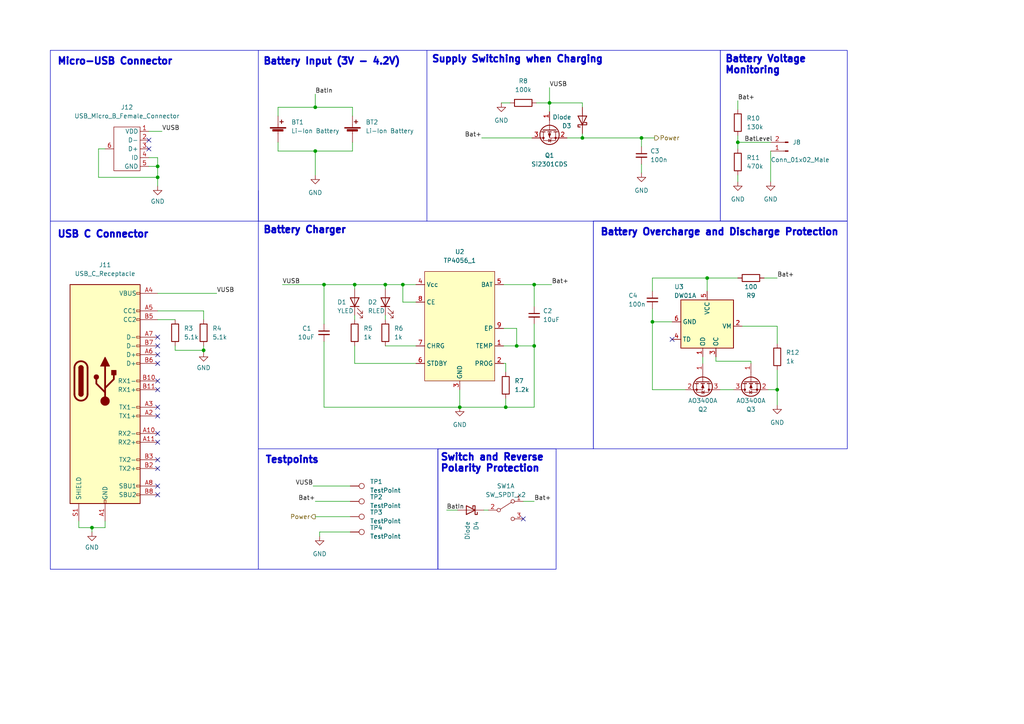
<source format=kicad_sch>
(kicad_sch (version 20230121) (generator eeschema)
  (paper "A4")
  (title_block (title "Battery Charging") (date "2023-05-20") (rev "V2") (company "University of Cape Town") (comment 1 "Author: Sarah Tallack"))
  (lib_symbols
    (symbol "Connector:Conn_01x02_Male" (pin_names (offset 1.016) hide)
      (property "Reference" "J" (at 0 2.54 0))
      (property "Value" "Conn_01x02_Male" (at 0 -5.08 0))
      (symbol "Conn_01x02_Male_1_1"
        (polyline (pts (xy 1.27 -2.54) (xy 0.8636 -2.54)) (stroke (width 0.1524)))
        (polyline (pts (xy 1.27 0) (xy 0.8636 0)) (stroke (width 0.1524)))
        (rectangle (start 0.8636 -2.413) (end 0 -2.667) (stroke (width 0.1524)) (fill (type outline)))
        (rectangle (start 0.8636 0.127) (end 0 -0.127) (stroke (width 0.1524)) (fill (type outline)))
        (pin passive line (at 5.08 0 180) (length 3.81) (name "Pin_1") (number "1"))
        (pin passive line (at 5.08 -2.54 180) (length 3.81) (name "Pin_2") (number "2"))
      )
    )
    (symbol "Connector:TestPoint" (pin_numbers hide) (pin_names (offset 0.762) hide)
      (property "Reference" "TP" (at 0 6.858 0))
      (property "Value" "TestPoint" (at 0 5.08 0))
      (symbol "TestPoint_0_1"
        (circle (center 0 3.302) (radius 0.762))
      )
      (symbol "TestPoint_1_1"
        (pin passive line (at 0 0 90) (length 2.54) (name "1") (number "1"))
      )
    )
    (symbol "Connector:USB_C_Receptacle" (pin_names (offset 1.016))
      (property "Reference" "J" (at -10.16 29.21 0))
      (property "Value" "USB_C_Receptacle" (at 10.16 29.21 0))
      (symbol "USB_C_Receptacle_0_0"
        (rectangle (start -0.254 -35.56) (end 0.254 -34.544))
        (rectangle (start 10.16 -32.766) (end 9.144 -33.274))
        (rectangle (start 10.16 -30.226) (end 9.144 -30.734))
        (rectangle (start 10.16 -25.146) (end 9.144 -25.654))
        (rectangle (start 10.16 -22.606) (end 9.144 -23.114))
        (rectangle (start 10.16 -17.526) (end 9.144 -18.034))
        (rectangle (start 10.16 -14.986) (end 9.144 -15.494))
        (rectangle (start 10.16 -9.906) (end 9.144 -10.414))
        (rectangle (start 10.16 -7.366) (end 9.144 -7.874))
        (rectangle (start 10.16 -2.286) (end 9.144 -2.794))
        (rectangle (start 10.16 0.254) (end 9.144 -0.254))
        (rectangle (start 10.16 5.334) (end 9.144 4.826))
        (rectangle (start 10.16 7.874) (end 9.144 7.366))
        (rectangle (start 10.16 10.414) (end 9.144 9.906))
        (rectangle (start 10.16 12.954) (end 9.144 12.446))
        (rectangle (start 10.16 18.034) (end 9.144 17.526))
        (rectangle (start 10.16 20.574) (end 9.144 20.066))
        (rectangle (start 10.16 25.654) (end 9.144 25.146))
      )
      (symbol "USB_C_Receptacle_0_1"
        (rectangle (start -10.16 27.94) (end 10.16 -35.56) (stroke (width 0.254)) (fill (type background)))
        (arc (start -8.89 -3.81) (mid -6.985 -5.7067) (end -5.08 -3.81) (stroke (width 0.508)))
        (arc (start -7.62 -3.81) (mid -6.985 -4.4423) (end -6.35 -3.81) (stroke (width 0.254)))
        (arc (start -7.62 -3.81) (mid -6.985 -4.4423) (end -6.35 -3.81) (stroke (width 0.254)) (fill (type outline)))
        (rectangle (start -7.62 -3.81) (end -6.35 3.81) (stroke (width 0.254)) (fill (type outline)))
        (arc (start -6.35 3.81) (mid -6.985 4.4423) (end -7.62 3.81) (stroke (width 0.254)))
        (arc (start -6.35 3.81) (mid -6.985 4.4423) (end -7.62 3.81) (stroke (width 0.254)) (fill (type outline)))
        (arc (start -5.08 3.81) (mid -6.985 5.7067) (end -8.89 3.81) (stroke (width 0.508)))
        (polyline (pts (xy -8.89 -3.81) (xy -8.89 3.81)) (stroke (width 0.508)))
        (polyline (pts (xy -5.08 3.81) (xy -5.08 -3.81)) (stroke (width 0.508)))
      )
      (symbol "USB_C_Receptacle_1_1"
        (circle (center -2.54 1.143) (radius 0.635) (stroke (width 0.254)) (fill (type outline)))
        (circle (center 0 -5.842) (radius 1.27) (fill (type outline)))
        (polyline (pts (xy 0 -5.842) (xy 0 4.318)) (stroke (width 0.508)))
        (polyline (pts (xy 0 -3.302) (xy -2.54 -0.762) (xy -2.54 0.508)) (stroke (width 0.508)))
        (polyline (pts (xy 0 -2.032) (xy 2.54 0.508) (xy 2.54 1.778)) (stroke (width 0.508)))
        (polyline (pts (xy -1.27 4.318) (xy 0 6.858) (xy 1.27 4.318) (xy -1.27 4.318)) (stroke (width 0.254)) (fill (type outline)))
        (rectangle (start 1.905 1.778) (end 3.175 3.048) (stroke (width 0.254)) (fill (type outline)))
        (pin passive line (at 0 -40.64 90) (length 5.08) (name "GND") (number "A1"))
        (pin bidirectional line (at 15.24 -15.24 180) (length 5.08) (name "RX2-") (number "A10"))
        (pin bidirectional line (at 15.24 -17.78 180) (length 5.08) (name "RX2+") (number "A11"))
        (pin passive line (at 0 -40.64 90) (length 5.08) hide (name "GND") (number "A12"))
        (pin bidirectional line (at 15.24 -10.16 180) (length 5.08) (name "TX1+") (number "A2"))
        (pin bidirectional line (at 15.24 -7.62 180) (length 5.08) (name "TX1-") (number "A3"))
        (pin passive line (at 15.24 25.4 180) (length 5.08) (name "VBUS") (number "A4"))
        (pin bidirectional line (at 15.24 20.32 180) (length 5.08) (name "CC1") (number "A5"))
        (pin bidirectional line (at 15.24 7.62 180) (length 5.08) (name "D+") (number "A6"))
        (pin bidirectional line (at 15.24 12.7 180) (length 5.08) (name "D-") (number "A7"))
        (pin bidirectional line (at 15.24 -30.48 180) (length 5.08) (name "SBU1") (number "A8"))
        (pin passive line (at 15.24 25.4 180) (length 5.08) hide (name "VBUS") (number "A9"))
        (pin passive line (at 0 -40.64 90) (length 5.08) hide (name "GND") (number "B1"))
        (pin bidirectional line (at 15.24 0 180) (length 5.08) (name "RX1-") (number "B10"))
        (pin bidirectional line (at 15.24 -2.54 180) (length 5.08) (name "RX1+") (number "B11"))
        (pin passive line (at 0 -40.64 90) (length 5.08) hide (name "GND") (number "B12"))
        (pin bidirectional line (at 15.24 -25.4 180) (length 5.08) (name "TX2+") (number "B2"))
        (pin bidirectional line (at 15.24 -22.86 180) (length 5.08) (name "TX2-") (number "B3"))
        (pin passive line (at 15.24 25.4 180) (length 5.08) hide (name "VBUS") (number "B4"))
        (pin bidirectional line (at 15.24 17.78 180) (length 5.08) (name "CC2") (number "B5"))
        (pin bidirectional line (at 15.24 5.08 180) (length 5.08) (name "D+") (number "B6"))
        (pin bidirectional line (at 15.24 10.16 180) (length 5.08) (name "D-") (number "B7"))
        (pin bidirectional line (at 15.24 -33.02 180) (length 5.08) (name "SBU2") (number "B8"))
        (pin passive line (at 15.24 25.4 180) (length 5.08) hide (name "VBUS") (number "B9"))
        (pin passive line (at -7.62 -40.64 90) (length 5.08) (name "SHIELD") (number "S1"))
      )
    )
    (symbol "Device:Battery_Cell" (pin_numbers hide) (pin_names (offset 0) hide)
      (property "Reference" "BT" (at 2.54 2.54 0))
      (property "Value" "Battery_Cell" (at 2.54 0 0))
      (symbol "Battery_Cell_0_1"
        (rectangle (start -2.286 1.778) (end 2.286 1.524) (fill (type outline)))
        (rectangle (start -1.5748 1.1938) (end 1.4732 0.6858) (fill (type outline)))
        (polyline (pts (xy 0 0.762) (xy 0 0)))
        (polyline (pts (xy 0 1.778) (xy 0 2.54)))
        (polyline (pts (xy 0.508 3.429) (xy 1.524 3.429)) (stroke (width 0.254)))
        (polyline (pts (xy 1.016 3.937) (xy 1.016 2.921)) (stroke (width 0.254)))
      )
      (symbol "Battery_Cell_1_1"
        (pin passive line (at 0 5.08 270) (length 2.54) (name "+") (number "1"))
        (pin passive line (at 0 -2.54 90) (length 2.54) (name "-") (number "2"))
      )
    )
    (symbol "Device:C_Small" (pin_numbers hide) (pin_names (offset 0.254) hide)
      (property "Reference" "C" (at 0.254 1.778 0))
      (property "Value" "C_Small" (at 0.254 -2.032 0))
      (symbol "C_Small_0_1"
        (polyline (pts (xy -1.524 -0.508) (xy 1.524 -0.508)) (stroke (width 0.3302)))
        (polyline (pts (xy -1.524 0.508) (xy 1.524 0.508)) (stroke (width 0.3048)))
      )
      (symbol "C_Small_1_1"
        (pin passive line (at 0 2.54 270) (length 2.032) (name "~") (number "1"))
        (pin passive line (at 0 -2.54 90) (length 2.032) (name "~") (number "2"))
      )
    )
    (symbol "Device:LED" (pin_numbers hide) (pin_names (offset 1.016) hide)
      (property "Reference" "D" (at 0 2.54 0))
      (property "Value" "LED" (at 0 -2.54 0))
      (symbol "LED_0_1"
        (polyline (pts (xy -1.27 -1.27) (xy -1.27 1.27)) (stroke (width 0.254)))
        (polyline (pts (xy -1.27 0) (xy 1.27 0)))
        (polyline (pts (xy 1.27 -1.27) (xy 1.27 1.27) (xy -1.27 0) (xy 1.27 -1.27)) (stroke (width 0.254)))
        (polyline (pts (xy -3.048 -0.762) (xy -4.572 -2.286) (xy -3.81 -2.286) (xy -4.572 -2.286) (xy -4.572 -1.524)))
        (polyline (pts (xy -1.778 -0.762) (xy -3.302 -2.286) (xy -2.54 -2.286) (xy -3.302 -2.286) (xy -3.302 -1.524)))
      )
      (symbol "LED_1_1"
        (pin passive line (at -3.81 0 0) (length 2.54) (name "K") (number "1"))
        (pin passive line (at 3.81 0 180) (length 2.54) (name "A") (number "2"))
      )
    )
    (symbol "Device:R" (pin_numbers hide) (pin_names (offset 0))
      (property "Reference" "R" (at 2.032 0 90))
      (property "Value" "R" (at 0 0 90))
      (symbol "R_0_1"
        (rectangle (start -1.016 -2.54) (end 1.016 2.54) (stroke (width 0.254)))
      )
      (symbol "R_1_1"
        (pin passive line (at 0 3.81 270) (length 1.27) (name "~") (number "1"))
        (pin passive line (at 0 -3.81 90) (length 1.27) (name "~") (number "2"))
      )
    )
    (symbol "Diode:1N5819" (pin_numbers hide) (pin_names (offset 1.016) hide)
      (property "Reference" "D" (at 0 2.54 0))
      (property "Value" "1N5819" (at 0 -2.54 0))
      (symbol "1N5819_0_1"
        (polyline (pts (xy 1.27 0) (xy -1.27 0)))
        (polyline (pts (xy 1.27 1.27) (xy 1.27 -1.27) (xy -1.27 0) (xy 1.27 1.27)) (stroke (width 0.254)))
        (polyline (pts (xy -1.905 0.635) (xy -1.905 1.27) (xy -1.27 1.27) (xy -1.27 -1.27) (xy -0.635 -1.27) (xy -0.635 -0.635)) (stroke (width 0.254)))
      )
      (symbol "1N5819_1_1"
        (pin passive line (at -3.81 0 0) (length 2.54) (name "K") (number "1"))
        (pin passive line (at 3.81 0 180) (length 2.54) (name "A") (number "2"))
      )
    )
    (symbol "SarahLib:DW01A"
      (property "Reference" "U4" (at -9.525 8.89 0))
      (property "Value" "DW01A" (at -6.35 6.35 0))
      (symbol "DW01A_0_1"
        (rectangle (start -7.62 5.08) (end 7.62 -8.89) (stroke (width 0.254)) (fill (type background)))
      )
      (symbol "DW01A_1_1"
        (pin output line (at -1.27 -11.43 90) (length 2.54) (name "OD") (number "1"))
        (pin passive line (at 10.16 -2.54 180) (length 2.54) (name "VM") (number "2"))
        (pin output line (at 2.54 -11.43 90) (length 2.54) (name "OC") (number "3"))
        (pin passive line (at -10.16 -6.35 0) (length 2.54) (name "TD") (number "4"))
        (pin power_in line (at 0 7.62 270) (length 2.54) (name "VCC") (number "5"))
        (pin power_in line (at -10.16 -1.27 0) (length 2.54) (name "GND") (number "6"))
      )
    )
    (symbol "SarahLib:TP4056_1"
      (property "Reference" "U4" (at 0 11.43 0))
      (property "Value" "TP4056_1" (at 0 8.89 0))
      (symbol "TP4056_1_0_1"
        (rectangle (start -10.16 6.35) (end 10.16 -25.4) (fill (type background)))
      )
      (symbol "TP4056_1_1_1"
        (pin input line (at 12.7 -15.24 180) (length 2.54) (name "TEMP") (number "1"))
        (pin input line (at 12.7 -20.32 180) (length 2.54) (name "PROG") (number "2"))
        (pin input line (at 0 -27.94 90) (length 2.54) (name "GND") (number "3"))
        (pin input line (at -12.7 2.54 0) (length 2.54) (name "Vcc") (number "4"))
        (pin input line (at 12.7 2.54 180) (length 2.54) (name "BAT") (number "5"))
        (pin input line (at -12.7 -20.32 0) (length 2.54) (name "STDBY") (number "6"))
        (pin input line (at -12.7 -15.24 0) (length 2.54) (name "CHRG") (number "7"))
        (pin input line (at -12.7 -2.54 0) (length 2.54) (name "CE") (number "8"))
        (pin input line (at 12.7 -10.16 180) (length 2.54) (name "EP") (number "9"))
      )
    )
    (symbol "SarahLib:USB_Micro_B_Female_Connector"
      (property "Reference" "J3" (at 1.27 12.065 0))
      (property "Value" "USB_Micro_B_Female_Connector" (at 1.27 9.525 0))
      (symbol "USB_Micro_B_Female_Connector_0_1"
        (rectangle (start 5.08 6.35) (end -2.54 -6.35) (stroke (width 0.1524)))
      )
      (symbol "USB_Micro_B_Female_Connector_1_1"
        (pin power_out line (at 7.62 5.08 180) (length 2.54) (name "VDD") (number "1"))
        (pin input line (at 7.62 2.54 180) (length 2.54) (name "D-") (number "2"))
        (pin input line (at 7.62 0 180) (length 2.54) (name "D+") (number "3"))
        (pin passive line (at 7.62 -2.54 180) (length 2.54) (name "ID") (number "4"))
        (pin power_in line (at 7.62 -5.08 180) (length 2.54) (name "GND") (number "5"))
        (pin passive line (at -5.08 0 0) (length 2.54) (name "") (number "6"))
      )
    )
    (symbol "Switch:SW_DPDT_x2" (pin_names (offset 0) hide)
      (property "Reference" "SW" (at 0 4.318 0))
      (property "Value" "SW_DPDT_x2" (at 0 -5.08 0))
      (symbol "SW_DPDT_x2_0_0"
        (circle (center -2.032 0) (radius 0.508))
        (circle (center 2.032 -2.54) (radius 0.508))
      )
      (symbol "SW_DPDT_x2_0_1"
        (polyline (pts (xy -1.524 0.254) (xy 1.651 2.286)))
        (circle (center 2.032 2.54) (radius 0.508))
      )
      (symbol "SW_DPDT_x2_1_1"
        (pin passive line (at 5.08 2.54 180) (length 2.54) (name "A") (number "1"))
        (pin passive line (at -5.08 0 0) (length 2.54) (name "B") (number "2"))
        (pin passive line (at 5.08 -2.54 180) (length 2.54) (name "C") (number "3"))
      )
      (symbol "SW_DPDT_x2_2_1"
        (pin passive line (at 5.08 2.54 180) (length 2.54) (name "A") (number "4"))
        (pin passive line (at -5.08 0 0) (length 2.54) (name "B") (number "5"))
        (pin passive line (at 5.08 -2.54 180) (length 2.54) (name "C") (number "6"))
      )
    )
    (symbol "Transistor_FET:AO3400A" (pin_names hide)
      (property "Reference" "Q" (at 5.08 1.905 0))
      (property "Value" "AO3400A" (at 5.08 0 0))
      (symbol "AO3400A_0_1"
        (polyline (pts (xy 0.254 0) (xy -2.54 0)))
        (polyline (pts (xy 0.254 1.905) (xy 0.254 -1.905)) (stroke (width 0.254)))
        (polyline (pts (xy 0.762 -1.27) (xy 0.762 -2.286)) (stroke (width 0.254)))
        (polyline (pts (xy 0.762 0.508) (xy 0.762 -0.508)) (stroke (width 0.254)))
        (polyline (pts (xy 0.762 2.286) (xy 0.762 1.27)) (stroke (width 0.254)))
        (polyline (pts (xy 2.54 2.54) (xy 2.54 1.778)))
        (polyline (pts (xy 2.54 -2.54) (xy 2.54 0) (xy 0.762 0)))
        (polyline (pts (xy 0.762 -1.778) (xy 3.302 -1.778) (xy 3.302 1.778) (xy 0.762 1.778)))
        (polyline (pts (xy 1.016 0) (xy 2.032 0.381) (xy 2.032 -0.381) (xy 1.016 0)) (fill (type outline)))
        (polyline (pts (xy 2.794 0.508) (xy 2.921 0.381) (xy 3.683 0.381) (xy 3.81 0.254)))
        (polyline (pts (xy 3.302 0.381) (xy 2.921 -0.254) (xy 3.683 -0.254) (xy 3.302 0.381)))
        (circle (center 1.651 0) (radius 2.794) (stroke (width 0.254)))
        (circle (center 2.54 -1.778) (radius 0.254) (fill (type outline)))
        (circle (center 2.54 1.778) (radius 0.254) (fill (type outline)))
      )
      (symbol "AO3400A_1_1"
        (pin input line (at -5.08 0 0) (length 2.54) (name "G") (number "1"))
        (pin passive line (at 2.54 -5.08 90) (length 2.54) (name "S") (number "2"))
        (pin passive line (at 2.54 5.08 270) (length 2.54) (name "D") (number "3"))
      )
    )
    (symbol "Transistor_FET:Si2319CDS" (pin_names hide)
      (property "Reference" "Q" (at 5.08 1.905 0))
      (property "Value" "Si2319CDS" (at 5.08 0 0))
      (symbol "Si2319CDS_0_1"
        (polyline (pts (xy 0.254 0) (xy -2.54 0)))
        (polyline (pts (xy 0.254 1.905) (xy 0.254 -1.905)) (stroke (width 0.254)))
        (polyline (pts (xy 0.762 -1.27) (xy 0.762 -2.286)) (stroke (width 0.254)))
        (polyline (pts (xy 0.762 0.508) (xy 0.762 -0.508)) (stroke (width 0.254)))
        (polyline (pts (xy 0.762 2.286) (xy 0.762 1.27)) (stroke (width 0.254)))
        (polyline (pts (xy 2.54 2.54) (xy 2.54 1.778)))
        (polyline (pts (xy 2.54 -2.54) (xy 2.54 0) (xy 0.762 0)))
        (polyline (pts (xy 0.762 1.778) (xy 3.302 1.778) (xy 3.302 -1.778) (xy 0.762 -1.778)))
        (polyline (pts (xy 2.286 0) (xy 1.27 0.381) (xy 1.27 -0.381) (xy 2.286 0)) (fill (type outline)))
        (polyline (pts (xy 2.794 -0.508) (xy 2.921 -0.381) (xy 3.683 -0.381) (xy 3.81 -0.254)))
        (polyline (pts (xy 3.302 -0.381) (xy 2.921 0.254) (xy 3.683 0.254) (xy 3.302 -0.381)))
        (circle (center 1.651 0) (radius 2.794) (stroke (width 0.254)))
        (circle (center 2.54 -1.778) (radius 0.254) (fill (type outline)))
        (circle (center 2.54 1.778) (radius 0.254) (fill (type outline)))
      )
      (symbol "Si2319CDS_1_1"
        (pin input line (at -5.08 0 0) (length 2.54) (name "G") (number "1"))
        (pin passive line (at 2.54 -5.08 90) (length 2.54) (name "S") (number "2"))
        (pin passive line (at 2.54 5.08 270) (length 2.54) (name "D") (number "3"))
      )
    )
    (symbol "power:GND" (power) (pin_names (offset 0))
      (property "Value" "GND" (at 0 -3.81 0))
      (symbol "GND_0_1"
        (polyline (pts (xy 0 0) (xy 0 -1.27) (xy 1.27 -1.27) (xy 0 -2.54) (xy -1.27 -1.27) (xy 0 -1.27)))
      )
      (symbol "GND_1_1"
        (pin power_in line (at 0 0 270) (length 0) hide (name "GND") (number "1"))
      )
    )
  )
  (junction (at 149.86 100.33))
  (junction (at 45.72 51.435))
  (junction (at 186.055 40.005))
  (junction (at 93.98 82.55))
  (junction (at 146.685 118.11))
  (junction (at 159.385 29.845))
  (junction (at 111.76 82.55))
  (junction (at 154.94 100.33))
  (junction (at 45.72 48.26))
  (junction (at 102.87 82.55))
  (junction (at 213.995 41.275))
  (junction (at 26.67 153.035))
  (junction (at 154.94 82.55))
  (junction (at 225.425 113.03))
  (junction (at 91.44 43.815))
  (junction (at 189.23 93.345))
  (junction (at 205.105 80.645))
  (junction (at 133.35 118.11))
  (junction (at 116.84 82.55))
  (junction (at 59.055 101.6))
  (junction (at 168.91 40.005))
  (junction (at 91.44 31.115))
  (no_connect (at 45.72 100.33))
  (no_connect (at 45.72 102.87))
  (no_connect (at 45.72 125.73))
  (no_connect (at 43.18 40.64))
  (no_connect (at 45.72 143.51))
  (no_connect (at 45.72 118.11))
  (no_connect (at 151.765 150.495))
  (no_connect (at 45.72 97.79))
  (no_connect (at 45.72 110.49))
  (no_connect (at 45.72 120.65))
  (no_connect (at 45.72 135.89))
  (no_connect (at 45.72 140.97))
  (no_connect (at 43.18 43.18))
  (no_connect (at 45.72 113.03))
  (no_connect (at 45.72 105.41))
  (no_connect (at 194.945 98.425))
  (no_connect (at 45.72 133.35))
  (no_connect (at 45.72 128.27))
  (wire (pts (xy 154.94 82.55) (xy 154.94 88.9)))
  (wire (pts (xy 111.76 83.82) (xy 111.76 82.55)))
  (polyline (pts (xy 74.93 165.1) (xy 127 165.1)))
  (wire (pts (xy 159.385 29.845) (xy 159.385 32.385)))
  (wire (pts (xy 30.48 43.18) (xy 28.575 43.18)))
  (wire (pts (xy 26.67 153.035) (xy 26.67 154.305)))
  (wire (pts (xy 91.44 43.815) (xy 80.645 43.815)))
  (wire (pts (xy 146.685 115.57) (xy 146.685 118.11)))
  (wire (pts (xy 30.48 153.035) (xy 30.48 151.13)))
  (polyline (pts (xy 14.605 14.605) (xy 14.605 165.1)))
  (wire (pts (xy 59.055 101.6) (xy 59.055 102.235)))
  (wire (pts (xy 45.72 51.435) (xy 45.72 53.975)))
  (wire (pts (xy 91.44 149.86) (xy 101.6 149.86)))
  (wire (pts (xy 102.235 43.815) (xy 102.235 41.275)))
  (wire (pts (xy 186.055 42.545) (xy 186.055 40.005)))
  (wire (pts (xy 116.84 82.55) (xy 116.84 87.63)))
  (wire (pts (xy 203.835 103.505) (xy 203.835 105.41)))
  (polyline (pts (xy 14.605 165.1) (xy 74.93 165.1)))
  (wire (pts (xy 146.05 100.33) (xy 149.86 100.33)))
  (wire (pts (xy 154.94 100.33) (xy 154.94 118.11)))
  (wire (pts (xy 139.7 40.005) (xy 154.305 40.005)))
  (wire (pts (xy 45.72 90.17) (xy 59.055 90.17)))
  (wire (pts (xy 111.76 91.44) (xy 111.76 92.71)))
  (polyline (pts (xy 74.93 165.1) (xy 74.93 14.605)))
  (polyline (pts (xy 127 165.1) (xy 127 130.175)))
  (wire (pts (xy 149.86 100.33) (xy 154.94 100.33)))
  (wire (pts (xy 146.685 105.41) (xy 146.685 107.95)))
  (wire (pts (xy 213.995 39.37) (xy 213.995 41.275)))
  (wire (pts (xy 102.87 100.33) (xy 102.87 105.41)))
  (wire (pts (xy 80.645 41.275) (xy 80.645 43.815)))
  (wire (pts (xy 116.84 82.55) (xy 120.65 82.55)))
  (wire (pts (xy 189.23 93.345) (xy 194.945 93.345)))
  (wire (pts (xy 198.755 113.03) (xy 189.23 113.03)))
  (wire (pts (xy 223.52 43.815) (xy 223.52 52.705)))
  (wire (pts (xy 225.425 107.315) (xy 225.425 113.03)))
  (wire (pts (xy 62.865 85.09) (xy 45.72 85.09)))
  (wire (pts (xy 91.44 145.415) (xy 101.6 145.415)))
  (wire (pts (xy 189.865 40.005) (xy 186.055 40.005)))
  (wire (pts (xy 129.54 147.955) (xy 132.715 147.955)))
  (wire (pts (xy 207.645 104.775) (xy 217.805 104.775)))
  (polyline (pts (xy 14.605 14.605) (xy 74.93 14.605)))
  (wire (pts (xy 149.86 95.25) (xy 149.86 100.33)))
  (wire (pts (xy 111.76 82.55) (xy 116.84 82.55)))
  (wire (pts (xy 43.18 45.72) (xy 45.72 45.72)))
  (wire (pts (xy 213.995 80.645) (xy 205.105 80.645)))
  (wire (pts (xy 43.18 38.1) (xy 46.99 38.1)))
  (wire (pts (xy 28.575 51.435) (xy 45.72 51.435)))
  (polyline (pts (xy 123.825 14.605) (xy 123.825 64.135)))
  (wire (pts (xy 146.05 95.25) (xy 149.86 95.25)))
  (wire (pts (xy 155.575 29.845) (xy 159.385 29.845)))
  (wire (pts (xy 186.055 50.165) (xy 186.055 47.625)))
  (polyline (pts (xy 208.915 14.605) (xy 208.915 64.135)))
  (wire (pts (xy 59.055 90.17) (xy 59.055 92.71)))
  (wire (pts (xy 146.05 105.41) (xy 146.685 105.41)))
  (wire (pts (xy 217.805 104.775) (xy 217.805 105.41)))
  (wire (pts (xy 154.94 82.55) (xy 146.05 82.55)))
  (wire (pts (xy 225.425 94.615) (xy 215.265 94.615)))
  (wire (pts (xy 102.87 91.44) (xy 102.87 92.71)))
  (wire (pts (xy 91.44 27.305) (xy 91.44 31.115)))
  (wire (pts (xy 92.71 154.305) (xy 92.71 155.575)))
  (wire (pts (xy 145.415 29.845) (xy 147.955 29.845)))
  (wire (pts (xy 50.8 101.6) (xy 59.055 101.6)))
  (wire (pts (xy 93.98 99.06) (xy 93.98 118.11)))
  (wire (pts (xy 101.6 154.305) (xy 92.71 154.305)))
  (wire (pts (xy 159.385 29.845) (xy 168.91 29.845)))
  (wire (pts (xy 111.76 100.33) (xy 120.65 100.33)))
  (wire (pts (xy 22.86 153.035) (xy 26.67 153.035)))
  (wire (pts (xy 120.65 87.63) (xy 116.84 87.63)))
  (wire (pts (xy 168.91 29.845) (xy 168.91 31.115)))
  (wire (pts (xy 164.465 40.005) (xy 168.91 40.005)))
  (wire (pts (xy 102.87 83.82) (xy 102.87 82.55)))
  (wire (pts (xy 213.995 41.275) (xy 213.995 43.18)))
  (polyline (pts (xy 74.93 64.135) (xy 208.915 64.135)))
  (wire (pts (xy 146.685 118.11) (xy 154.94 118.11)))
  (wire (pts (xy 22.86 151.13) (xy 22.86 153.035)))
  (wire (pts (xy 213.995 50.8) (xy 213.995 52.705)))
  (wire (pts (xy 160.02 82.55) (xy 154.94 82.55)))
  (wire (pts (xy 222.885 113.03) (xy 225.425 113.03)))
  (wire (pts (xy 93.98 118.11) (xy 133.35 118.11)))
  (polyline (pts (xy 172.085 64.135) (xy 172.085 130.175)))
  (wire (pts (xy 225.425 80.645) (xy 221.615 80.645)))
  (polyline (pts (xy 208.915 14.605) (xy 74.93 14.605)))
  (wire (pts (xy 91.44 43.815) (xy 102.235 43.815)))
  (wire (pts (xy 102.235 31.115) (xy 102.235 33.655)))
  (polyline (pts (xy 74.93 130.175) (xy 172.085 130.175)))
  (wire (pts (xy 189.23 89.535) (xy 189.23 93.345)))
  (wire (pts (xy 159.385 25.4) (xy 159.385 29.845)))
  (wire (pts (xy 213.995 29.21) (xy 213.995 31.75)))
  (wire (pts (xy 225.425 99.695) (xy 225.425 94.615)))
  (wire (pts (xy 140.335 147.955) (xy 141.605 147.955)))
  (wire (pts (xy 225.425 117.475) (xy 225.425 113.03)))
  (wire (pts (xy 189.23 80.645) (xy 189.23 84.455)))
  (wire (pts (xy 45.72 45.72) (xy 45.72 48.26)))
  (wire (pts (xy 93.98 82.55) (xy 93.98 93.98)))
  (wire (pts (xy 213.995 41.275) (xy 223.52 41.275)))
  (wire (pts (xy 80.645 31.115) (xy 91.44 31.115)))
  (polyline (pts (xy 74.93 64.135) (xy 74.93 55.245)))
  (wire (pts (xy 168.91 38.735) (xy 168.91 40.005)))
  (wire (pts (xy 133.35 113.03) (xy 133.35 118.11)))
  (wire (pts (xy 133.35 118.11) (xy 146.685 118.11)))
  (wire (pts (xy 28.575 43.18) (xy 28.575 51.435)))
  (wire (pts (xy 189.23 113.03) (xy 189.23 93.345)))
  (wire (pts (xy 205.105 80.645) (xy 189.23 80.645)))
  (wire (pts (xy 168.91 40.005) (xy 186.055 40.005)))
  (polyline (pts (xy 14.605 64.135) (xy 74.93 64.135)))
  (wire (pts (xy 43.18 48.26) (xy 45.72 48.26)))
  (wire (pts (xy 45.72 92.71) (xy 50.8 92.71)))
  (wire (pts (xy 81.915 82.55) (xy 93.98 82.55)))
  (wire (pts (xy 91.44 43.815) (xy 91.44 50.8)))
  (wire (pts (xy 205.105 84.455) (xy 205.105 80.645)))
  (wire (pts (xy 154.94 145.415) (xy 151.765 145.415)))
  (wire (pts (xy 102.87 105.41) (xy 120.65 105.41)))
  (wire (pts (xy 80.645 33.655) (xy 80.645 31.115)))
  (wire (pts (xy 154.94 93.98) (xy 154.94 100.33)))
  (wire (pts (xy 91.44 31.115) (xy 102.235 31.115)))
  (wire (pts (xy 93.98 82.55) (xy 102.87 82.55)))
  (wire (pts (xy 90.805 140.97) (xy 101.6 140.97)))
  (wire (pts (xy 26.67 153.035) (xy 30.48 153.035)))
  (wire (pts (xy 59.055 100.33) (xy 59.055 101.6)))
  (wire (pts (xy 102.87 82.55) (xy 111.76 82.55)))
  (wire (pts (xy 50.8 100.33) (xy 50.8 101.6)))
  (wire (pts (xy 207.645 103.505) (xy 207.645 104.775)))
  (wire (pts (xy 212.725 113.03) (xy 208.915 113.03)))
  (wire (pts (xy 45.72 48.26) (xy 45.72 51.435)))
  (rectangle (start 127 130.175) (end 161.29 165.1))
  (rectangle (start 208.915 14.605) (end 245.745 64.135))
  (rectangle (start 172.085 64.135) (end 245.745 130.175))
  (text "Supply Switching when Charging" (at 125.095 18.415 0) (effects (font (size 2 2) (thickness 0.6) bold) (justify left bottom)))
  (text "Battery Input (3V - 4.2V)" (at 76.2 19.05 0) (effects (font (size 2 2) (thickness 0.6) bold) (justify left bottom)))
  (text "Battery Charger" (at 76.2 67.945 0) (effects (font (size 2 2) (thickness 0.6) bold) (justify left bottom)))
  (text "Switch and Reverse\nPolarity Protection\n\n" (at 127.635 140.335 0) (effects (font (size 2 2) (thickness 0.6) bold) (justify left bottom)))
  (text "Battery Overcharge and Discharge Protection\n" (at 173.99 68.58 0) (effects (font (size 2 2) (thickness 0.6) bold) (justify left bottom)))
  (text "Testpoints\n" (at 76.835 134.62 0) (effects (font (size 2 2) (thickness 0.6) bold) (justify left bottom)))
  (text "USB C Connector\n" (at 16.51 69.215 0) (effects (font (size 2 2) (thickness 0.8) bold) (justify left bottom)))
  (text "Battery Voltage \nMonitoring" (at 210.185 21.59 0) (effects (font (size 2 2) (thickness 0.6) bold) (justify left bottom)))
  (text "Micro-USB Connector\n" (at 16.51 19.05 0) (effects (font (size 2 2) (thickness 0.8) bold) (justify left bottom)))
  (label "VUSB" (at 90.805 140.97 180))
  (label "Bat+" (at 160.02 82.55 0))
  (label "BatLevel" (at 215.9 41.275 0))
  (label "VUSB" (at 62.865 85.09 0))
  (label "BatIn" (at 91.44 27.305 0))
  (label "VUSB" (at 159.385 25.4 0))
  (label "Bat+" (at 91.44 145.415 180))
  (label "Bat+" (at 225.425 80.645 0))
  (label "Bat+" (at 154.94 145.415 0))
  (label "Bat+" (at 139.7 40.005 180))
  (label "VUSB" (at 46.99 38.1 0))
  (label "Bat+" (at 213.995 29.21 0))
  (label "BatIn" (at 129.54 147.955 0))
  (label "VUSB" (at 81.915 82.55 0))
  (hierarchical_label "Power" (shape output) (at 91.44 149.86 180))
  (hierarchical_label "Power" (shape output) (at 189.865 40.005 0))
  (symbol (lib_id "power:GND") (at 91.44 50.8 0) (unit 1)
    (property "Reference" "#PWR010" (effects hide))
    (property "Value" "GND" (at 91.44 55.88 0))
  )
  (symbol (lib_id "power:GND") (at 59.055 102.235 0) (unit 1)
    (property "Reference" "#PWR09" (effects hide))
    (property "Value" "GND" (at 59.055 106.6784 0))
  )
  (symbol (lib_id "Switch:SW_DPDT_x2") (at 146.685 147.955 0) (unit 1)
    (property "Reference" "SW1" (at 146.685 140.97 0))
    (property "Value" "SW_SPDT_x2" (at 146.685 143.51 0))
    (property "Footprint" "SarahFootprints:SW-SPDT" (effects hide))
  )
  (symbol (lib_id "Device:R") (at 111.76 96.52 0) (unit 1)
    (property "Reference" "R6" (at 114.3 95.2499 0) (effects (justify left)))
    (property "Value" "1k" (at 114.3 97.7899 0) (effects (justify left)))
    (property "Footprint" "Resistor_SMD:R_0603_1608Metric" (effects hide))
    (property "LCSC" "C21190" (effects hide))
    (property "Extended" "0" (effects hide))
    (property "Populate" "Yes" (effects hide))
  )
  (symbol (lib_id "Device:R") (at 59.055 96.52 180) (unit 1)
    (property "Reference" "R4" (at 61.595 95.2499 0) (effects (justify right)))
    (property "Value" "5.1k" (at 61.595 97.7899 0) (effects (justify right)))
    (property "Footprint" "Resistor_SMD:R_0805_2012Metric" (effects hide))
    (property "Datasheet" "https://datasheet.lcsc.com/lcsc/2206010200_UNI-ROYAL-Uniroyal-Elec-0805W8F2003T5E_C17539.pdf" (effects hide))
    (property "Price" "0.0016" (effects hide))
    (property "Extended" "0" (effects hide))
    (property "LCSC" "C27834" (effects hide))
    (property "Populate" "Yes" (effects hide))
  )
  (symbol (lib_id "SarahLib:TP4056_1") (at 133.35 85.09 0) (unit 1)
    (property "Reference" "U2" (at 133.35 73.025 0))
    (property "Value" "TP4056_1" (at 133.35 75.565 0))
    (property "Footprint" "Package_SO:HSOP-8-1EP_3.9x4.9mm_P1.27mm_EP2.3x2.3mm" (effects hide))
    (property "Datasheet" "https://dlnmh9ip6v2uc.cloudfront.net/datasheets/Prototyping/TP4056.pdf" (effects hide))
    (property "LCSC" "C16581" (effects hide))
    (property "Extended" "0" (effects hide))
    (property "Populate" "Yes" (effects hide))
  )
  (symbol (lib_id "Device:R") (at 217.805 80.645 270) (unit 1)
    (property "Reference" "R9" (at 217.805 85.725 90))
    (property "Value" "100" (at 217.805 83.185 90))
    (property "Footprint" "Resistor_SMD:R_0603_1608Metric" (effects hide))
    (property "LCSC" "C22775" (effects hide))
    (property "Extended" "0" (effects hide))
    (property "Populate" "Yes" (effects hide))
  )
  (symbol (lib_id "Device:R") (at 146.685 111.76 0) (unit 1)
    (property "Reference" "R7" (at 149.225 110.4899 0) (effects (justify left)))
    (property "Value" "1.2k" (at 149.225 113.0299 0) (effects (justify left)))
    (property "Footprint" "Resistor_SMD:R_0603_1608Metric" (effects hide))
    (property "LCSC" "C22765" (effects hide))
    (property "Extended" "0" (effects hide))
    (property "Price" "0.0010" (effects hide))
    (property "Populate" "Yes" (effects hide))
  )
  (symbol (lib_id "power:GND") (at 92.71 155.575 0) (unit 1)
    (property "Reference" "#PWR011" (effects hide))
    (property "Value" "GND" (at 92.71 160.655 0))
  )
  (symbol (lib_id "Transistor_FET:AO3400A") (at 217.805 110.49 90) (mirror x) (unit 1)
    (property "Reference" "Q3" (at 217.805 118.745 90))
    (property "Value" "AO3400A" (at 217.805 116.205 90))
    (property "Footprint" "Package_TO_SOT_SMD:SOT-23" (effects hide))
    (property "Datasheet" "https://datasheet.lcsc.com/lcsc/1811081213_Alpha---Omega-Semicon-AO3400A_C20917.pdf" (effects hide))
    (property "Extended" "0" (effects hide))
    (property "LCSC" "C20917" (effects hide))
    (property "Populate" "Yes" (effects hide))
  )
  (symbol (lib_id "power:GND") (at 225.425 117.475 0) (unit 1)
    (property "Reference" "#PWR016" (effects hide))
    (property "Value" "GND" (at 225.425 122.555 0))
  )
  (symbol (lib_id "Diode:1N5819") (at 136.525 147.955 180) (unit 1)
    (property "Reference" "D4" (at 138.1126 151.13 90) (effects (justify left)))
    (property "Value" "Diode" (at 135.5726 151.13 90) (effects (justify left)))
    (property "Footprint" "Diode_SMD:D_SOD-123" (effects hide))
    (property "Datasheet" "https://datasheet.lcsc.com/lcsc/1809140216_Jiangsu-Changjing-Electronics-Technology-Co---Ltd--B5819W-SL_C8598.pdf" (effects hide))
    (property "LCSC" "C8598" (effects hide))
    (property "Price" "0.0297" (effects hide))
    (property "Extended" "0" (effects hide))
    (property "Populate" "Yes" (effects hide))
  )
  (symbol (lib_id "Connector:Conn_01x02_Male") (at 228.6 43.815 180) (unit 1)
    (property "Reference" "J8" (at 229.87 41.2749 0) (effects (justify right)))
    (property "Value" "Conn_01x02_Male" (at 223.52 46.355 0) (effects (justify right)))
    (property "Footprint" "Connector_PinHeader_2.54mm:PinHeader_1x02_P2.54mm_Vertical" (effects hide))
    (property "Populate" "No" (effects hide))
    (instances (project "PowerSubmodule" (path "" (reference "J8") (unit 1)) (path "" (reference "J13") (unit 1))))
  )
  (symbol (lib_id "Connector:TestPoint") (at 101.6 149.86 270) (unit 1)
    (property "Reference" "TP3" (at 107.315 148.5899 90) (effects (justify left)))
    (property "Value" "TestPoint" (at 107.315 151.1299 90) (effects (justify left)))
    (property "Footprint" "TestPoint:TestPoint_Pad_D2.0mm" (effects hide))
  )
  (symbol (lib_id "Transistor_FET:AO3400A") (at 203.835 110.49 270) (unit 1)
    (property "Reference" "Q2" (at 203.835 118.745 90))
    (property "Value" "AO3400A" (at 203.835 116.205 90))
    (property "Footprint" "Package_TO_SOT_SMD:SOT-23" (effects hide))
    (property "Datasheet" "https://datasheet.lcsc.com/lcsc/1811081213_Alpha---Omega-Semicon-AO3400A_C20917.pdf" (effects hide))
    (property "Extended" "0" (effects hide))
    (property "LCSC" "C20917" (effects hide))
    (property "Populate" "Yes" (effects hide))
  )
  (symbol (lib_id "Device:C_Small") (at 154.94 91.44 0) (unit 1)
    (property "Reference" "C2" (at 157.48 90.1762 0) (effects (justify left)))
    (property "Value" "10uF" (at 157.48 92.7162 0) (effects (justify left)))
    (property "Footprint" "Capacitor_SMD:C_0402_1005Metric" (effects hide))
    (property "LCSC" "C15525" (effects hide))
    (property "Extended" "0" (effects hide))
    (property "Populate" "Yes" (effects hide))
  )
  (symbol (lib_id "Connector:USB_C_Receptacle") (at 30.48 110.49 0) (unit 1)
    (property "Reference" "J11" (at 30.48 76.835 0))
    (property "Value" "USB_C_Receptacle" (at 30.48 79.375 0))
    (property "Footprint" "SarahFootprints:USB-TYPE-C-TH_USB-306A-B-SU" (effects hide))
    (property "Datasheet" "https://www.usb.org/sites/default/files/documents/usb_type-c.zip" (effects hide))
    (property "LCSC" "C309339" (effects hide))
    (property "Populate" "Yes" (effects hide))
  )
  (symbol (lib_id "Device:LED") (at 111.76 87.63 90) (unit 1)
    (property "Reference" "D2" (at 106.68 87.63 90) (effects (justify right)))
    (property "Value" "RLED" (at 106.68 90.17 90) (effects (justify right)))
    (property "Footprint" "LED_SMD:LED_0603_1608Metric" (effects hide))
    (property "LCSC" "C2286" (effects hide))
    (property "Extended" "0" (effects hide))
    (property "Populate" "Yes" (effects hide))
  )
  (symbol (lib_id "power:GND") (at 133.35 118.11 0) (unit 1)
    (property "Reference" "#PWR012" (effects hide))
    (property "Value" "GND" (at 133.35 123.19 0))
  )
  (symbol (lib_id "power:GND") (at 45.72 53.975 0) (unit 1)
    (property "Reference" "#PWR08" (effects hide))
    (property "Value" "GND" (at 45.72 58.4184 0))
  )
  (symbol (lib_id "Device:C_Small") (at 186.055 45.085 0) (unit 1)
    (property "Reference" "C3" (at 188.595 43.8212 0) (effects (justify left)))
    (property "Value" "100n" (at 188.595 46.3612 0) (effects (justify left)))
    (property "Footprint" "Capacitor_SMD:C_0603_1608Metric" (effects hide))
    (property "Datasheet" "https://datasheet.lcsc.com/lcsc/1809301912_YAGEO-CC0603KRX7R9BB104_C14663.pdf" (effects hide))
    (property "Price" "0.0020" (effects hide))
    (property "LCSC" "C49678" (effects hide))
    (property "Extended" "0" (effects hide))
    (property "Populate" "Yes" (effects hide))
  )
  (symbol (lib_id "Connector:TestPoint") (at 101.6 145.415 270) (unit 1)
    (property "Reference" "TP2" (at 107.315 144.1449 90) (effects (justify left)))
    (property "Value" "TestPoint" (at 107.315 146.6849 90) (effects (justify left)))
    (property "Footprint" "TestPoint:TestPoint_Pad_D2.0mm" (effects hide))
  )
  (symbol (lib_id "SarahLib:USB_Micro_B_Female_Connector") (at 35.56 43.18 0) (unit 1)
    (property "Reference" "J12" (at 36.83 31.115 0))
    (property "Value" "USB_Micro_B_Female_Connector" (at 36.83 33.655 0))
    (property "Footprint" "SarahFootprints:C404969_Micro_USB" (effects hide))
    (property "Populate" "Yes" (effects hide))
    (property "Price" "0.0491" (effects hide))
    (property "LCSC" "C404969" (effects hide))
    (property "Extended" "1" (effects hide))
  )
  (symbol (lib_id "Device:R") (at 213.995 35.56 0) (unit 1)
    (property "Reference" "R10" (at 216.535 34.2899 0) (effects (justify left)))
    (property "Value" "130k" (at 216.535 36.8299 0) (effects (justify left)))
    (property "Footprint" "Resistor_SMD:R_0603_1608Metric" (effects hide))
    (property "LCSC" "C22795" (effects hide))
    (property "Extended" "0" (effects hide))
    (property "Populate" "Yes" (effects hide))
  )
  (symbol (lib_id "Device:C_Small") (at 93.98 96.52 0) (unit 1)
    (property "Reference" "C1" (at 87.63 95.25 0) (effects (justify left)))
    (property "Value" "10uF" (at 86.36 97.79 0) (effects (justify left)))
    (property "Footprint" "Capacitor_SMD:C_0402_1005Metric" (effects hide))
    (property "LCSC" "C15525" (effects hide))
    (property "Extended" "0" (effects hide))
    (property "Populate" "Yes" (effects hide))
  )
  (symbol (lib_id "Device:R") (at 213.995 46.99 0) (unit 1)
    (property "Reference" "R11" (at 216.535 45.7199 0) (effects (justify left)))
    (property "Value" "470k" (at 216.535 48.2599 0) (effects (justify left)))
    (property "Footprint" "Resistor_SMD:R_0603_1608Metric" (effects hide))
    (property "LCSC" "C23178" (effects hide))
    (property "Extended" "0" (effects hide))
    (property "Populate" "Yes" (effects hide))
  )
  (symbol (lib_id "power:GND") (at 186.055 50.165 0) (unit 1)
    (property "Reference" "#PWR014" (effects hide))
    (property "Value" "GND" (at 186.055 55.245 0))
  )
  (symbol (lib_id "power:GND") (at 213.995 52.705 0) (unit 1)
    (property "Reference" "#PWR015" (effects hide))
    (property "Value" "GND" (at 213.995 57.785 0))
  )
  (symbol (lib_id "SarahLib:DW01A") (at 205.105 92.075 0) (unit 1)
    (property "Reference" "U3" (at 195.58 83.185 0) (effects (justify left)))
    (property "Value" "DW01A" (at 198.755 85.725 0))
    (property "Footprint" "Package_TO_SOT_SMD:SOT-23-6" (effects hide))
    (property "Datasheet" "https://datasheet.lcsc.com/lcsc/1912111437_PUOLOP-DW01A_C351410.pdf" (effects hide))
    (property "Extended" "1" (effects hide))
    (property "LCSC" "C351410" (effects hide))
    (property "Populate" "Yes" (effects hide))
    (property "Alt_LCSC" "C168762" (effects hide))
  )
  (symbol (lib_id "power:GND") (at 223.52 52.705 0) (unit 1)
    (property "Reference" "#PWR024" (effects hide))
    (property "Value" "GND" (at 223.52 57.785 0))
  )
  (symbol (lib_id "Device:R") (at 50.8 96.52 180) (unit 1)
    (property "Reference" "R3" (at 53.34 95.2499 0) (effects (justify right)))
    (property "Value" "5.1k" (at 53.34 97.7899 0) (effects (justify right)))
    (property "Footprint" "Resistor_SMD:R_0805_2012Metric" (effects hide))
    (property "Datasheet" "https://datasheet.lcsc.com/lcsc/2206010200_UNI-ROYAL-Uniroyal-Elec-0805W8F2003T5E_C17539.pdf" (effects hide))
    (property "Price" "0.0016" (effects hide))
    (property "Extended" "0" (effects hide))
    (property "LCSC" "C27834" (effects hide))
    (property "Populate" "Yes" (effects hide))
  )
  (symbol (lib_id "power:GND") (at 26.67 154.305 0) (unit 1)
    (property "Reference" "#PWR07" (effects hide))
    (property "Value" "GND" (at 26.67 158.7484 0))
  )
  (symbol (lib_id "Diode:1N5819") (at 168.91 34.925 90) (unit 1)
    (property "Reference" "D3" (at 165.735 36.5126 90) (effects (justify left)))
    (property "Value" "Diode" (at 165.735 33.9726 90) (effects (justify left)))
    (property "Footprint" "Diode_SMD:D_SOD-123" (effects hide))
    (property "Datasheet" "https://datasheet.lcsc.com/lcsc/1809140216_Jiangsu-Changjing-Electronics-Technology-Co---Ltd--B5819W-SL_C8598.pdf" (effects hide))
    (property "LCSC" "C8598" (effects hide))
    (property "Price" "0.0297" (effects hide))
    (property "Extended" "0" (effects hide))
    (property "Populate" "Yes" (effects hide))
  )
  (symbol (lib_id "Device:LED") (at 102.87 87.63 90) (unit 1)
    (property "Reference" "D1" (at 97.79 87.63 90) (effects (justify right)))
    (property "Value" "YLED" (at 97.79 90.17 90) (effects (justify right)))
    (property "Footprint" "LED_SMD:LED_0805_2012Metric" (effects hide))
    (property "LCSC" "C2296" (effects hide))
    (property "Extended" "0" (effects hide))
    (property "Populate" "Yes" (effects hide))
  )
  (symbol (lib_id "Device:R") (at 225.425 103.505 0) (unit 1)
    (property "Reference" "R12" (at 227.965 102.2349 0) (effects (justify left)))
    (property "Value" "1k" (at 227.965 104.7749 0) (effects (justify left)))
    (property "Footprint" "Resistor_SMD:R_0603_1608Metric" (effects hide))
    (property "LCSC" "C21190" (effects hide))
    (property "Extended" "0" (effects hide))
    (property "Populate" "Yes" (effects hide))
  )
  (symbol (lib_id "Connector:TestPoint") (at 101.6 140.97 270) (unit 1)
    (property "Reference" "TP1" (at 107.315 139.6999 90) (effects (justify left)))
    (property "Value" "TestPoint" (at 107.315 142.2399 90) (effects (justify left)))
    (property "Footprint" "TestPoint:TestPoint_Pad_D2.0mm" (effects hide))
  )
  (symbol (lib_id "Connector:TestPoint") (at 101.6 154.305 270) (unit 1)
    (property "Reference" "TP4" (at 107.315 153.0349 90) (effects (justify left)))
    (property "Value" "TestPoint" (at 107.315 155.5749 90) (effects (justify left)))
    (property "Footprint" "TestPoint:TestPoint_Pad_D2.0mm" (effects hide))
  )
  (symbol (lib_id "Device:R") (at 102.87 96.52 0) (unit 1)
    (property "Reference" "R5" (at 105.41 95.2499 0) (effects (justify left)))
    (property "Value" "1k" (at 105.41 97.7899 0) (effects (justify left)))
    (property "Footprint" "Resistor_SMD:R_0603_1608Metric" (effects hide))
    (property "LCSC" "C21190" (effects hide))
    (property "Extended" "0" (effects hide))
    (property "Populate" "Yes" (effects hide))
  )
  (symbol (lib_id "Device:Battery_Cell") (at 102.235 38.735 0) (unit 1)
    (property "Reference" "BT2" (at 106.045 35.4329 0) (effects (justify left)))
    (property "Value" "Li-Ion Battery" (at 106.045 37.9729 0) (effects (justify left)))
    (property "Footprint" "Battery:BatteryHolder_Keystone_1042_1x18650" (effects hide))
    (property "Populate" "No" (effects hide))
  )
  (symbol (lib_id "Device:C_Small") (at 189.23 86.995 180) (unit 1)
    (property "Reference" "C4" (at 182.245 85.725 0) (effects (justify right)))
    (property "Value" "100n" (at 182.245 88.265 0) (effects (justify right)))
    (property "Footprint" "Capacitor_SMD:C_0603_1608Metric" (effects hide))
    (property "Datasheet" "https://datasheet.lcsc.com/lcsc/1809301912_YAGEO-CC0603KRX7R9BB104_C14663.pdf" (effects hide))
    (property "Price" "0.0020" (effects hide))
    (property "LCSC" "C49678" (effects hide))
    (property "Extended" "0" (effects hide))
    (property "Populate" "Yes" (effects hide))
  )
  (symbol (lib_id "Device:Battery_Cell") (at 80.645 38.735 0) (unit 1)
    (property "Reference" "BT1" (at 84.455 35.4329 0) (effects (justify left)))
    (property "Value" "Li-Ion Battery" (at 84.455 37.9729 0) (effects (justify left)))
    (property "Footprint" "Battery:BatteryHolder_Keystone_1042_1x18650" (effects hide))
    (property "Populate" "No" (effects hide))
  )
  (symbol (lib_id "Transistor_FET:Si2319CDS") (at 159.385 37.465 90) (mirror x) (unit 1)
    (property "Reference" "Q1" (at 159.385 45.085 90))
    (property "Value" "Si2301CDS" (at 159.385 47.625 90))
    (property "Footprint" "Package_TO_SOT_SMD:SOT-23" (effects hide))
    (property "Datasheet" "http://www.vishay.com/docs/66709/si2319cd.pdf" (effects hide))
    (property "LCSC" "C10487" (effects hide))
    (property "Populate" "Yes" (effects hide))
    (property "Extended" "0" (effects hide))
  )
  (symbol (lib_id "power:GND") (at 145.415 29.845 0) (unit 1)
    (property "Reference" "#PWR013" (effects hide))
    (property "Value" "GND" (at 145.415 34.925 0))
  )
  (symbol (lib_id "Device:R") (at 151.765 29.845 90) (unit 1)
    (property "Reference" "R8" (at 151.765 23.495 90))
    (property "Value" "100k" (at 151.765 26.035 90))
    (property "Footprint" "Resistor_SMD:R_0402_1005Metric" (effects hide))
    (property "Datasheet" "https://datasheet.lcsc.com/lcsc/2205312316_UNI-ROYAL-Uniroyal-Elec-0805W8F1003T5E_C149504.pdf" (effects hide))
    (property "Price" "0.0005" (effects hide))
    (property "Extended" "0" (effects hide))
    (property "LCSC" "C25741" (effects hide))
    (property "Populate" "Yes" (effects hide))
  )
)
</source>
